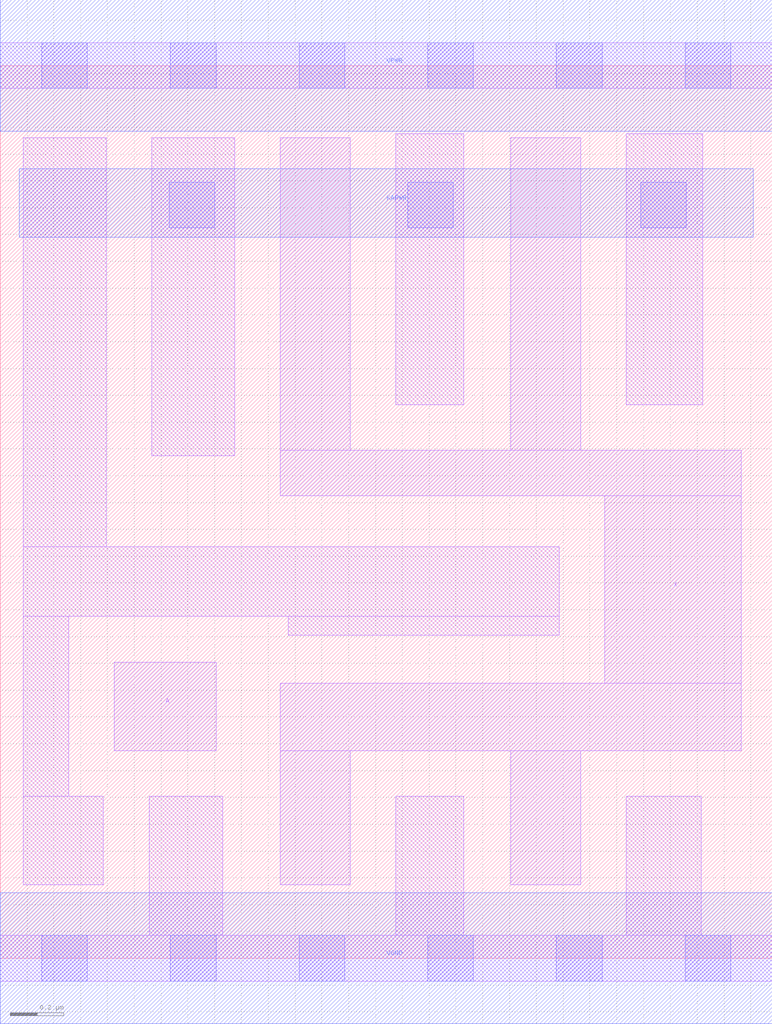
<source format=lef>
# Copyright 2020 The SkyWater PDK Authors
#
# Licensed under the Apache License, Version 2.0 (the "License");
# you may not use this file except in compliance with the License.
# You may obtain a copy of the License at
#
#     https://www.apache.org/licenses/LICENSE-2.0
#
# Unless required by applicable law or agreed to in writing, software
# distributed under the License is distributed on an "AS IS" BASIS,
# WITHOUT WARRANTIES OR CONDITIONS OF ANY KIND, either express or implied.
# See the License for the specific language governing permissions and
# limitations under the License.
#
# SPDX-License-Identifier: Apache-2.0

VERSION 5.7 ;
  NAMESCASESENSITIVE ON ;
  NOWIREEXTENSIONATPIN ON ;
  DIVIDERCHAR "/" ;
  BUSBITCHARS "[]" ;
UNITS
  DATABASE MICRONS 200 ;
END UNITS
MACRO sky130_fd_sc_lp__bufkapwr_4
  CLASS CORE ;
  FOREIGN sky130_fd_sc_lp__bufkapwr_4 ;
  ORIGIN  0.000000  0.000000 ;
  SIZE  2.880000 BY  3.330000 ;
  SYMMETRY X Y ;
  SITE unit ;
  PIN A
    ANTENNAGATEAREA  0.252000 ;
    DIRECTION INPUT ;
    USE SIGNAL ;
    PORT
      LAYER li1 ;
        RECT 0.425000 0.775000 0.805000 1.105000 ;
    END
  END A
  PIN X
    ANTENNADIFFAREA  0.940800 ;
    DIRECTION OUTPUT ;
    USE SIGNAL ;
    PORT
      LAYER li1 ;
        RECT 1.045000 0.275000 1.305000 0.775000 ;
        RECT 1.045000 0.775000 2.765000 1.025000 ;
        RECT 1.045000 1.725000 2.765000 1.895000 ;
        RECT 1.045000 1.895000 1.305000 3.060000 ;
        RECT 1.905000 0.275000 2.165000 0.775000 ;
        RECT 1.905000 1.895000 2.165000 3.060000 ;
        RECT 2.255000 1.025000 2.765000 1.725000 ;
    END
  END X
  PIN KAPWR
    DIRECTION INOUT ;
    USE POWER ;
    PORT
      LAYER met1 ;
        RECT 0.070000 2.690000 2.810000 2.945000 ;
    END
  END KAPWR
  PIN VGND
    DIRECTION INOUT ;
    USE GROUND ;
    PORT
      LAYER met1 ;
        RECT 0.000000 -0.245000 2.880000 0.245000 ;
    END
  END VGND
  PIN VPWR
    DIRECTION INOUT ;
    USE POWER ;
    PORT
      LAYER met1 ;
        RECT 0.000000 3.085000 2.880000 3.575000 ;
    END
  END VPWR
  OBS
    LAYER li1 ;
      RECT 0.000000 -0.085000 2.880000 0.085000 ;
      RECT 0.000000  3.245000 2.880000 3.415000 ;
      RECT 0.085000  0.275000 0.385000 0.605000 ;
      RECT 0.085000  0.605000 0.255000 1.275000 ;
      RECT 0.085000  1.275000 2.085000 1.535000 ;
      RECT 0.085000  1.535000 0.395000 3.060000 ;
      RECT 0.555000  0.085000 0.830000 0.605000 ;
      RECT 0.565000  1.875000 0.875000 3.060000 ;
      RECT 1.075000  1.205000 2.085000 1.275000 ;
      RECT 1.475000  0.085000 1.730000 0.605000 ;
      RECT 1.475000  2.065000 1.730000 3.075000 ;
      RECT 2.335000  0.085000 2.615000 0.605000 ;
      RECT 2.335000  2.065000 2.620000 3.075000 ;
    LAYER mcon ;
      RECT 0.155000 -0.085000 0.325000 0.085000 ;
      RECT 0.155000  3.245000 0.325000 3.415000 ;
      RECT 0.630000  2.725000 0.800000 2.895000 ;
      RECT 0.635000 -0.085000 0.805000 0.085000 ;
      RECT 0.635000  3.245000 0.805000 3.415000 ;
      RECT 1.115000 -0.085000 1.285000 0.085000 ;
      RECT 1.115000  3.245000 1.285000 3.415000 ;
      RECT 1.520000  2.725000 1.690000 2.895000 ;
      RECT 1.595000 -0.085000 1.765000 0.085000 ;
      RECT 1.595000  3.245000 1.765000 3.415000 ;
      RECT 2.075000 -0.085000 2.245000 0.085000 ;
      RECT 2.075000  3.245000 2.245000 3.415000 ;
      RECT 2.390000  2.725000 2.560000 2.895000 ;
      RECT 2.555000 -0.085000 2.725000 0.085000 ;
      RECT 2.555000  3.245000 2.725000 3.415000 ;
  END
END sky130_fd_sc_lp__bufkapwr_4
END LIBRARY

</source>
